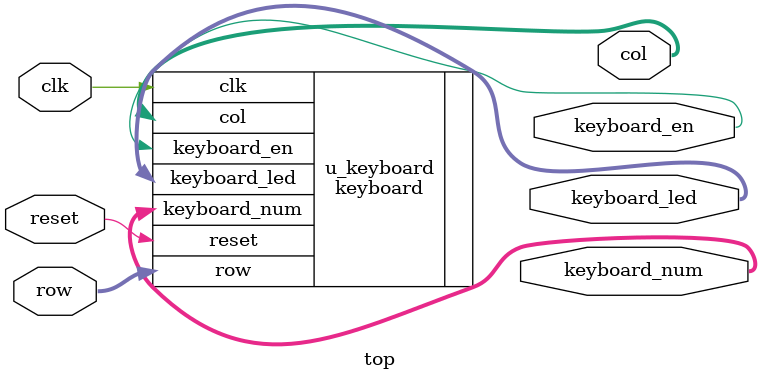
<source format=v>
module top(
    input         clk,
    input         reset,
    input  [3:0]  row,
    output [3:0]  col,
    output        keyboard_en,
    output [15:0] keyboard_led,
    output [3:0]  keyboard_num
);

keyboard u_keyboard(
    .clk(clk), 
    .reset(reset), 
    .row(row), 
    .col(col), 
    .keyboard_en(keyboard_en), 
    .keyboard_led(keyboard_led),   //°´¼üDCBA#9630852*741¶ÔÓ¦GLD0-GLD7:YLD0-YLD7
    .keyboard_num(keyboard_num)    // ÒòÖ»ÁÁÒ»¸öÖÜÆÚ£¬Ö±½ÓËÍµ½ledÏÔÊ¾½«¿´²»µ½µÆÁÁ
);

endmodule

</source>
